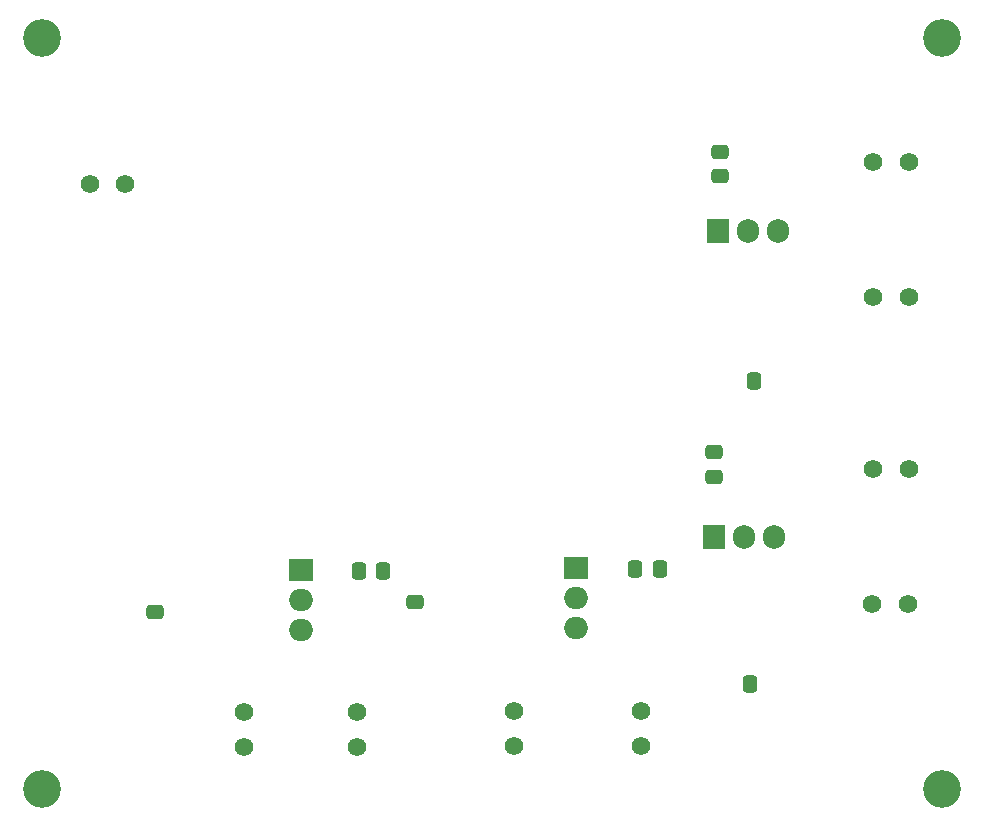
<source format=gbr>
%TF.GenerationSoftware,KiCad,Pcbnew,9.0.5*%
%TF.CreationDate,2025-11-19T12:00:21-07:00*%
%TF.ProjectId,UniversalSolenoidRelay,556e6976-6572-4736-916c-536f6c656e6f,rev?*%
%TF.SameCoordinates,Original*%
%TF.FileFunction,Soldermask,Bot*%
%TF.FilePolarity,Negative*%
%FSLAX46Y46*%
G04 Gerber Fmt 4.6, Leading zero omitted, Abs format (unit mm)*
G04 Created by KiCad (PCBNEW 9.0.5) date 2025-11-19 12:00:21*
%MOMM*%
%LPD*%
G01*
G04 APERTURE LIST*
G04 Aperture macros list*
%AMRoundRect*
0 Rectangle with rounded corners*
0 $1 Rounding radius*
0 $2 $3 $4 $5 $6 $7 $8 $9 X,Y pos of 4 corners*
0 Add a 4 corners polygon primitive as box body*
4,1,4,$2,$3,$4,$5,$6,$7,$8,$9,$2,$3,0*
0 Add four circle primitives for the rounded corners*
1,1,$1+$1,$2,$3*
1,1,$1+$1,$4,$5*
1,1,$1+$1,$6,$7*
1,1,$1+$1,$8,$9*
0 Add four rect primitives between the rounded corners*
20,1,$1+$1,$2,$3,$4,$5,0*
20,1,$1+$1,$4,$5,$6,$7,0*
20,1,$1+$1,$6,$7,$8,$9,0*
20,1,$1+$1,$8,$9,$2,$3,0*%
G04 Aperture macros list end*
%ADD10C,1.574800*%
%ADD11R,2.000000X1.905000*%
%ADD12O,2.000000X1.905000*%
%ADD13C,3.200000*%
%ADD14RoundRect,0.250000X-0.475000X0.337500X-0.475000X-0.337500X0.475000X-0.337500X0.475000X0.337500X0*%
%ADD15R,1.905000X2.000000*%
%ADD16O,1.905000X2.000000*%
%ADD17RoundRect,0.250000X-0.337500X-0.475000X0.337500X-0.475000X0.337500X0.475000X-0.337500X0.475000X0*%
%ADD18RoundRect,0.250000X0.337500X0.475000X-0.337500X0.475000X-0.337500X-0.475000X0.337500X-0.475000X0*%
G04 APERTURE END LIST*
D10*
%TO.C,J7*%
X161887601Y-122657800D03*
X158887602Y-122657800D03*
%TD*%
D11*
%TO.C,Q2*%
X133729992Y-131030230D03*
D12*
X133729992Y-133570230D03*
X133729992Y-136110230D03*
%TD*%
D10*
%TO.C,J9*%
X161900000Y-96700000D03*
X158900001Y-96700000D03*
%TD*%
D13*
%TO.C,REF\u002A\u002A*%
X88534001Y-86200000D03*
%TD*%
%TO.C,REF\u002A\u002A*%
X164734001Y-149800000D03*
%TD*%
%TO.C,REF\u002A\u002A*%
X164734001Y-86200000D03*
%TD*%
D10*
%TO.C,J1*%
X92564300Y-98539599D03*
X95564299Y-98539599D03*
%TD*%
%TO.C,J4*%
X105644000Y-146237500D03*
X105644000Y-143237501D03*
%TD*%
D14*
%TO.C,R1*%
X98100000Y-134762500D03*
%TD*%
D15*
%TO.C,Q4*%
X145760000Y-102500000D03*
D16*
X148300000Y-102500000D03*
X150840000Y-102500000D03*
%TD*%
D17*
%TO.C,R7*%
X148778500Y-115244000D03*
%TD*%
%TO.C,R5*%
X148446000Y-140894000D03*
%TD*%
D15*
%TO.C,Q3*%
X145420000Y-128445000D03*
D16*
X147960000Y-128445000D03*
X150500000Y-128445000D03*
%TD*%
D10*
%TO.C,J5*%
X139229992Y-146170229D03*
X139229992Y-143170230D03*
%TD*%
%TO.C,J10*%
X161900000Y-108100000D03*
X158900001Y-108100000D03*
%TD*%
%TO.C,J6*%
X128429992Y-146170229D03*
X128429992Y-143170230D03*
%TD*%
D14*
%TO.C,R3*%
X120100000Y-133962500D03*
%TD*%
D10*
%TO.C,J8*%
X161815700Y-134085400D03*
X158815701Y-134085400D03*
%TD*%
D13*
%TO.C,REF\u002A\u002A*%
X88534001Y-149800000D03*
%TD*%
D10*
%TO.C,J3*%
X115200000Y-146237500D03*
X115200000Y-143237501D03*
%TD*%
D11*
%TO.C,Q1*%
X110400000Y-131237500D03*
D12*
X110400000Y-133777500D03*
X110400000Y-136317500D03*
%TD*%
D14*
%TO.C,R6*%
X145400000Y-121262500D03*
X145400000Y-123337500D03*
%TD*%
D18*
%TO.C,R2*%
X117400000Y-131300000D03*
X115325000Y-131300000D03*
%TD*%
%TO.C,R4*%
X140800000Y-131100000D03*
X138725000Y-131100000D03*
%TD*%
D14*
%TO.C,R8*%
X145900000Y-95800000D03*
X145900000Y-97875000D03*
%TD*%
M02*

</source>
